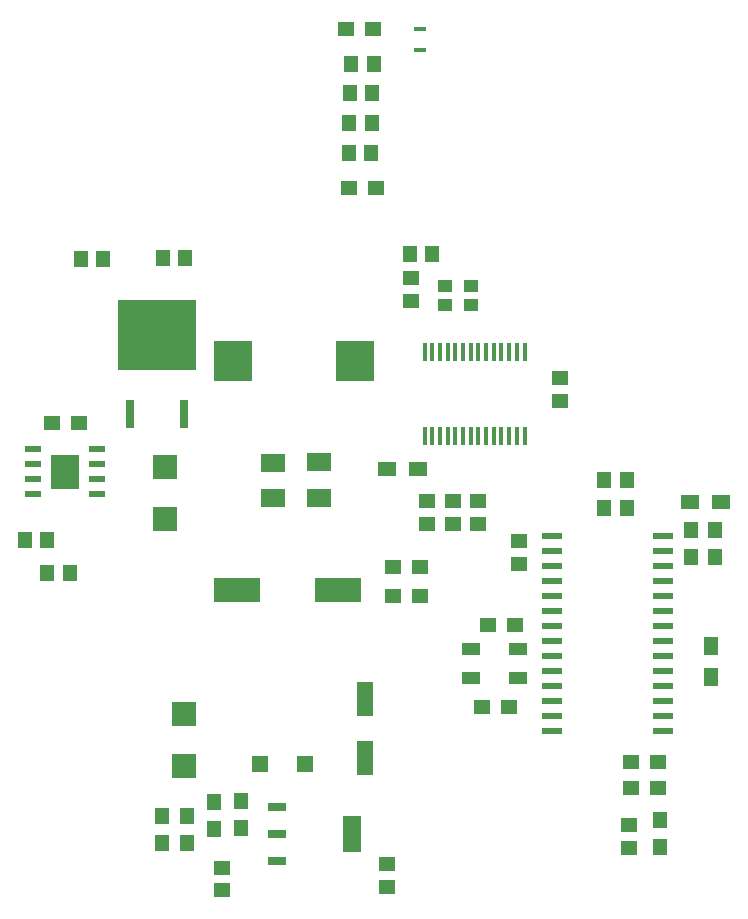
<source format=gbr>
G04 DesignSpark PCB Gerber Version 9.0 Build 5138 *
G04 #@! TF.Part,Single*
G04 #@! TF.FileFunction,Paste,Top *
G04 #@! TF.FilePolarity,Positive *
%FSLAX35Y35*%
%MOIN*%
G04 #@! TA.AperFunction,SMDPad,CuDef*
%ADD156R,0.01172X0.06487*%
%ADD146R,0.03140X0.09833*%
%ADD148R,0.04500X0.05400*%
%ADD160R,0.04518X0.06487*%
%ADD152R,0.04900X0.05400*%
%ADD158R,0.05424X0.05817*%
%ADD157R,0.05699X0.11802*%
%ADD151R,0.06290X0.11998*%
%ADD164R,0.07865X0.08061*%
%ADD143R,0.09636X0.11605*%
%ADD159R,0.12589X0.13573*%
%ADD162R,0.04321X0.01762*%
%ADD142R,0.05404X0.01959*%
%ADD153R,0.06683X0.01959*%
%ADD150R,0.06290X0.03140*%
%ADD161R,0.04912X0.03928*%
%ADD163R,0.06487X0.04124*%
%ADD155R,0.05400X0.04500*%
%ADD154R,0.06487X0.04518*%
%ADD145R,0.05400X0.04900*%
%ADD149R,0.08258X0.06290*%
%ADD144R,0.15739X0.07865*%
%ADD147R,0.26172X0.23416*%
X0Y0D02*
D02*
D142*
X14415Y159679D03*
Y164679D03*
Y169679D03*
Y174679D03*
X35770Y159679D03*
Y164679D03*
Y169679D03*
Y174679D03*
D02*
D143*
X25093Y167179D03*
D02*
D144*
X82376Y127612D03*
X115841D03*
D02*
D145*
X20789Y183518D03*
X29789D03*
X118624Y314817D03*
X119805Y261864D03*
X127624Y314817D03*
X128805Y261864D03*
X134372Y125841D03*
Y135289D03*
X143372Y125841D03*
Y135289D03*
X163900Y88833D03*
X165868Y115998D03*
X172900Y88833D03*
X174868Y115998D03*
X213506Y61667D03*
Y70526D03*
X222506Y61667D03*
Y70526D03*
D02*
D146*
X46604Y186222D03*
X64604D03*
D02*
D147*
X55604Y212797D03*
D02*
D148*
X11500Y144344D03*
X18980Y133321D03*
X19000Y144344D03*
X26480Y133321D03*
X30201Y238045D03*
X37701D03*
X57563Y238242D03*
X65063D03*
X119571Y273478D03*
X119768Y283321D03*
X119965Y293360D03*
X120358Y303006D03*
X127071Y273478D03*
X127268Y283321D03*
X127465Y293360D03*
X127858Y303006D03*
X139846Y239817D03*
X147346D03*
X204807Y154974D03*
Y164423D03*
X212307Y154974D03*
Y164423D03*
D02*
D149*
X94187Y158321D03*
Y170132D03*
X109541Y158518D03*
Y170329D03*
D02*
D150*
X95762Y37258D03*
Y46313D03*
Y55368D03*
D02*
D151*
X120565Y46313D03*
D02*
D152*
X57179Y43388D03*
Y52388D03*
X65644Y43388D03*
Y52388D03*
X74502Y48112D03*
Y57112D03*
X83557Y48309D03*
Y57309D03*
X223321Y42010D03*
Y51010D03*
X233754Y138663D03*
Y147663D03*
X241628Y138663D03*
Y147663D03*
D02*
D153*
X187396Y80742D03*
Y85742D03*
Y90742D03*
Y95742D03*
Y100742D03*
Y105742D03*
Y110742D03*
Y115742D03*
Y120742D03*
Y125742D03*
Y130742D03*
Y135742D03*
Y140742D03*
Y145742D03*
X224207Y80742D03*
Y85742D03*
Y90742D03*
Y95742D03*
Y100742D03*
Y105742D03*
Y110742D03*
Y115742D03*
Y120742D03*
Y125742D03*
Y130742D03*
Y135742D03*
Y140742D03*
Y145742D03*
D02*
D154*
X132376Y168163D03*
X142612D03*
X233360Y157140D03*
X243596D03*
D02*
D155*
X77455Y27602D03*
Y35102D03*
X132179Y28783D03*
Y36283D03*
X140250Y224059D03*
Y231559D03*
X145565Y149846D03*
Y157346D03*
X154226Y149846D03*
Y157346D03*
X162691Y149846D03*
Y157346D03*
X176470Y136461D03*
Y143961D03*
X189856Y190791D03*
Y198291D03*
X212888Y41776D03*
Y49276D03*
D02*
D156*
X144876Y179187D03*
Y207140D03*
X147435Y179187D03*
Y207140D03*
X149994Y179187D03*
Y207140D03*
X152553Y179187D03*
Y207140D03*
X155112Y179187D03*
Y207140D03*
X157671Y179187D03*
Y207140D03*
X160230Y179187D03*
Y207140D03*
X162789Y179187D03*
Y207140D03*
X165348Y179187D03*
Y207140D03*
X167907Y179187D03*
Y207140D03*
X170467Y179187D03*
Y207140D03*
X173026Y179187D03*
Y207140D03*
X175585Y179187D03*
Y207140D03*
X178144Y179187D03*
Y207140D03*
D02*
D157*
X125093Y71707D03*
Y91392D03*
D02*
D158*
X90053Y69738D03*
X105014D03*
D02*
D159*
X80998Y204187D03*
X121549D03*
D02*
D160*
X240250Y98675D03*
Y108911D03*
D02*
D161*
X151667Y222691D03*
Y228990D03*
X160329Y222691D03*
Y228990D03*
D02*
D162*
X143203Y307730D03*
Y314817D03*
D02*
D163*
X160329Y98478D03*
Y107927D03*
X176077Y98478D03*
Y107927D03*
D02*
D164*
X58163Y151431D03*
Y168754D03*
X64659Y68951D03*
Y86274D03*
X0Y0D02*
M02*

</source>
